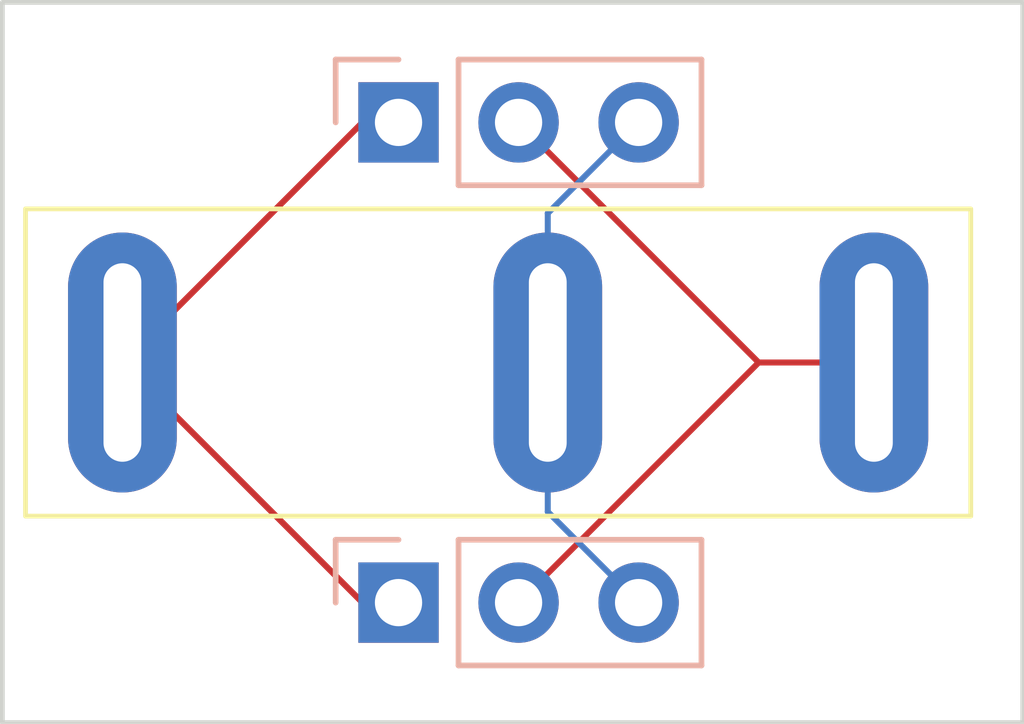
<source format=kicad_pcb>
(kicad_pcb (version 20221018) (generator pcbnew)
  (layers (0 "F.Cu" signal) (31 "B.Cu" signal) (34 "B.Paste" user) (35 "F.Paste" user) (36 "B.SilkS" user "B.Silkscreen") (37 "F.SilkS" user "F.Silkscreen") (38 "B.Mask" user) (39 "F.Mask" user) (44 "Edge.Cuts" user))
  (net 0 "")
  (net 1 "Net-(J1-Pin_1)")
  (net 2 "Net-(J1-Pin_2)")
  (net 3 "Net-(J1-Pin_3)")
  (footprint "eryjus:Microswitch-LXW-5-1-2" (layer "F.Cu") (at 46.05 38.1)
    (fp_text reference "SW1" hide)
    (fp_text value "SW_SPDT" hide)
    (fp_rect (start -10 -3.25) (end 10 3.25) (stroke (width 0.1)) (fill none) (layer "F.SilkS"))
    (pad "1" thru_hole oval (at -7.95 0) (size 2.3 5.5) (drill oval 0.8 4.2) (layers "*.Cu" "*.Mask") (net 1 "Net-(J1-Pin_1)"))
    (pad "2" thru_hole oval (at 7.95 0) (size 2.3 5.5) (drill oval 0.8 4.2) (layers "*.Cu" "*.Mask") (net 2 "Net-(J1-Pin_2)"))
    (pad "3" thru_hole oval (at 1.05 0) (size 2.3 5.5) (drill oval 0.8 4.2) (layers "*.Cu" "*.Mask") (net 3 "Net-(J1-Pin_3)"))
  )
  (footprint "Connector_PinHeader_2.54mm:PinHeader_1x03_P2.54mm_Vertical" (layer "B.Cu") (at 43.942 33.02 -90)
    (fp_text reference "J2" hide)
    (fp_text value "Conn_01x03_Pin" hide)
    (fp_line (start -1.33 -6.41) (end 1.33 -6.41) (stroke (width 0.12)) (layer "B.SilkS"))
    (fp_line (start -1.33 -1.27) (end -1.33 -6.41) (stroke (width 0.12)) (layer "B.SilkS"))
    (fp_line (start -1.33 -1.27) (end 1.33 -1.27) (stroke (width 0.12)) (layer "B.SilkS"))
    (fp_line (start -1.33 0) (end -1.33 1.33) (stroke (width 0.12)) (layer "B.SilkS"))
    (fp_line (start -1.33 1.33) (end 0 1.33) (stroke (width 0.12)) (layer "B.SilkS"))
    (fp_line (start 1.33 -1.27) (end 1.33 -6.41) (stroke (width 0.12)) (layer "B.SilkS"))
    (pad "1" thru_hole rect (at 0 0 270) (size 1.7 1.7) (drill 1) (layers "*.Cu" "*.Mask") (net 1 "Net-(J1-Pin_1)"))
    (pad "2" thru_hole oval (at 0 -2.54 270) (size 1.7 1.7) (drill 1) (layers "*.Cu" "*.Mask") (net 2 "Net-(J1-Pin_2)"))
    (pad "3" thru_hole oval (at 0 -5.08 270) (size 1.7 1.7) (drill 1) (layers "*.Cu" "*.Mask") (net 3 "Net-(J1-Pin_3)"))
  )
  (footprint "Connector_PinHeader_2.54mm:PinHeader_1x03_P2.54mm_Vertical" (layer "B.Cu") (at 43.942 43.18 -90)
    (fp_text reference "J1" hide)
    (fp_text value "Conn_01x03_Pin" hide)
    (fp_line (start -1.33 -6.41) (end 1.33 -6.41) (stroke (width 0.12)) (layer "B.SilkS"))
    (fp_line (start -1.33 -1.27) (end -1.33 -6.41) (stroke (width 0.12)) (layer "B.SilkS"))
    (fp_line (start -1.33 -1.27) (end 1.33 -1.27) (stroke (width 0.12)) (layer "B.SilkS"))
    (fp_line (start -1.33 0) (end -1.33 1.33) (stroke (width 0.12)) (layer "B.SilkS"))
    (fp_line (start -1.33 1.33) (end 0 1.33) (stroke (width 0.12)) (layer "B.SilkS"))
    (fp_line (start 1.33 -1.27) (end 1.33 -6.41) (stroke (width 0.12)) (layer "B.SilkS"))
    (pad "1" thru_hole rect (at 0 0 270) (size 1.7 1.7) (drill 1) (layers "*.Cu" "*.Mask") (net 1 "Net-(J1-Pin_1)"))
    (pad "2" thru_hole oval (at 0 -2.54 270) (size 1.7 1.7) (drill 1) (layers "*.Cu" "*.Mask") (net 2 "Net-(J1-Pin_2)"))
    (pad "3" thru_hole oval (at 0 -5.08 270) (size 1.7 1.7) (drill 1) (layers "*.Cu" "*.Mask") (net 3 "Net-(J1-Pin_3)"))
  )
  (gr_rect (start 35.56 30.48) (end 57.15 45.72) (stroke (width 0.1)) (fill none) (layer "Edge.Cuts"))
  (segment (start 43.942 32.258) (end 38.1 38.1) (width 0.127) (layer "F.Cu") (net 1))
  (segment (start 43.18 33.02) (end 43.942 33.02) (width 0.127) (layer "F.Cu") (net 1))
  (segment (start 38.1 38.1) (end 43.18 33.02) (width 0.127) (layer "F.Cu") (net 1))
  (segment (start 43.18 43.18) (end 43.942 43.18) (width 0.127) (layer "F.Cu") (net 1))
  (segment (start 38.1 38.1) (end 43.18 43.18) (width 0.127) (layer "F.Cu") (net 1))
  (segment (start 38.1 38.1) (end 43.942 43.942) (width 0.127) (layer "F.Cu") (net 1))
  (segment (start 51.562 38.1) (end 46.482 43.18) (width 0.127) (layer "F.Cu") (net 2))
  (segment (start 54 38.1) (end 51.562 38.1) (width 0.127) (layer "F.Cu") (net 2))
  (segment (start 51.562 38.1) (end 46.482 33.02) (width 0.127) (layer "F.Cu") (net 2))
  (segment (start 47.1 41.258) (end 49.022 43.18) (width 0.127) (layer "B.Cu") (net 3))
  (segment (start 47.1 38.1) (end 47.1 34.942) (width 0.127) (layer "B.Cu") (net 3))
  (segment (start 47.1 38.1) (end 47.1 41.258) (width 0.127) (layer "B.Cu") (net 3))
  (segment (start 47.1 34.942) (end 49.022 33.02) (width 0.127) (layer "B.Cu") (net 3))
)
</source>
